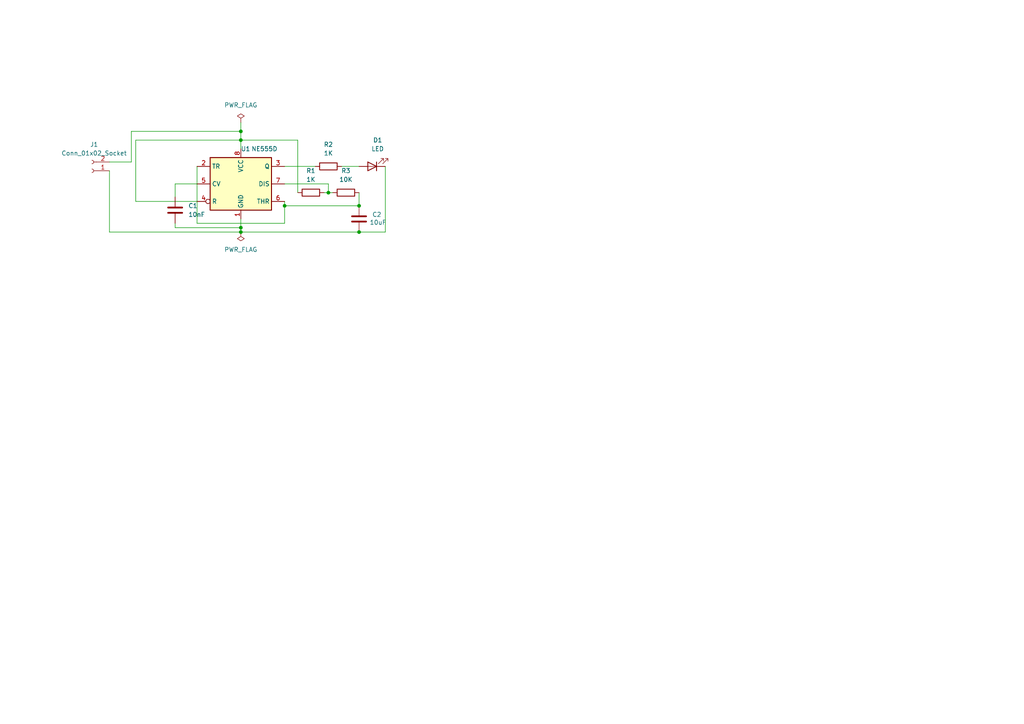
<source format=kicad_sch>
(kicad_sch
	(version 20231120)
	(generator "eeschema")
	(generator_version "8.0")
	(uuid "1a7ba394-cd24-485c-aa9a-ddba45ee621a")
	(paper "A4")
	(title_block
		(title "Yonko Blink LED")
		(date "2025-06-26")
		(company "IDT")
	)
	(lib_symbols
		(symbol "Connector:Conn_01x02_Socket"
			(pin_names
				(offset 1.016) hide)
			(exclude_from_sim no)
			(in_bom yes)
			(on_board yes)
			(property "Reference" "J"
				(at 0 2.54 0)
				(effects
					(font
						(size 1.27 1.27)
					)
				)
			)
			(property "Value" "Conn_01x02_Socket"
				(at 0 -5.08 0)
				(effects
					(font
						(size 1.27 1.27)
					)
				)
			)
			(property "Footprint" ""
				(at 0 0 0)
				(effects
					(font
						(size 1.27 1.27)
					)
					(hide yes)
				)
			)
			(property "Datasheet" "~"
				(at 0 0 0)
				(effects
					(font
						(size 1.27 1.27)
					)
					(hide yes)
				)
			)
			(property "Description" "Generic connector, single row, 01x02, script generated"
				(at 0 0 0)
				(effects
					(font
						(size 1.27 1.27)
					)
					(hide yes)
				)
			)
			(property "ki_locked" ""
				(at 0 0 0)
				(effects
					(font
						(size 1.27 1.27)
					)
				)
			)
			(property "ki_keywords" "connector"
				(at 0 0 0)
				(effects
					(font
						(size 1.27 1.27)
					)
					(hide yes)
				)
			)
			(property "ki_fp_filters" "Connector*:*_1x??_*"
				(at 0 0 0)
				(effects
					(font
						(size 1.27 1.27)
					)
					(hide yes)
				)
			)
			(symbol "Conn_01x02_Socket_1_1"
				(arc
					(start 0 -2.032)
					(mid -0.5058 -2.54)
					(end 0 -3.048)
					(stroke
						(width 0.1524)
						(type default)
					)
					(fill
						(type none)
					)
				)
				(polyline
					(pts
						(xy -1.27 -2.54) (xy -0.508 -2.54)
					)
					(stroke
						(width 0.1524)
						(type default)
					)
					(fill
						(type none)
					)
				)
				(polyline
					(pts
						(xy -1.27 0) (xy -0.508 0)
					)
					(stroke
						(width 0.1524)
						(type default)
					)
					(fill
						(type none)
					)
				)
				(arc
					(start 0 0.508)
					(mid -0.5058 0)
					(end 0 -0.508)
					(stroke
						(width 0.1524)
						(type default)
					)
					(fill
						(type none)
					)
				)
				(pin passive line
					(at -5.08 0 0)
					(length 3.81)
					(name "Pin_1"
						(effects
							(font
								(size 1.27 1.27)
							)
						)
					)
					(number "1"
						(effects
							(font
								(size 1.27 1.27)
							)
						)
					)
				)
				(pin passive line
					(at -5.08 -2.54 0)
					(length 3.81)
					(name "Pin_2"
						(effects
							(font
								(size 1.27 1.27)
							)
						)
					)
					(number "2"
						(effects
							(font
								(size 1.27 1.27)
							)
						)
					)
				)
			)
		)
		(symbol "Device:C"
			(pin_numbers hide)
			(pin_names
				(offset 0.254)
			)
			(exclude_from_sim no)
			(in_bom yes)
			(on_board yes)
			(property "Reference" "C"
				(at 0.635 2.54 0)
				(effects
					(font
						(size 1.27 1.27)
					)
					(justify left)
				)
			)
			(property "Value" "C"
				(at 0.635 -2.54 0)
				(effects
					(font
						(size 1.27 1.27)
					)
					(justify left)
				)
			)
			(property "Footprint" ""
				(at 0.9652 -3.81 0)
				(effects
					(font
						(size 1.27 1.27)
					)
					(hide yes)
				)
			)
			(property "Datasheet" "~"
				(at 0 0 0)
				(effects
					(font
						(size 1.27 1.27)
					)
					(hide yes)
				)
			)
			(property "Description" "Unpolarized capacitor"
				(at 0 0 0)
				(effects
					(font
						(size 1.27 1.27)
					)
					(hide yes)
				)
			)
			(property "ki_keywords" "cap capacitor"
				(at 0 0 0)
				(effects
					(font
						(size 1.27 1.27)
					)
					(hide yes)
				)
			)
			(property "ki_fp_filters" "C_*"
				(at 0 0 0)
				(effects
					(font
						(size 1.27 1.27)
					)
					(hide yes)
				)
			)
			(symbol "C_0_1"
				(polyline
					(pts
						(xy -2.032 -0.762) (xy 2.032 -0.762)
					)
					(stroke
						(width 0.508)
						(type default)
					)
					(fill
						(type none)
					)
				)
				(polyline
					(pts
						(xy -2.032 0.762) (xy 2.032 0.762)
					)
					(stroke
						(width 0.508)
						(type default)
					)
					(fill
						(type none)
					)
				)
			)
			(symbol "C_1_1"
				(pin passive line
					(at 0 3.81 270)
					(length 2.794)
					(name "~"
						(effects
							(font
								(size 1.27 1.27)
							)
						)
					)
					(number "1"
						(effects
							(font
								(size 1.27 1.27)
							)
						)
					)
				)
				(pin passive line
					(at 0 -3.81 90)
					(length 2.794)
					(name "~"
						(effects
							(font
								(size 1.27 1.27)
							)
						)
					)
					(number "2"
						(effects
							(font
								(size 1.27 1.27)
							)
						)
					)
				)
			)
		)
		(symbol "Device:LED"
			(pin_numbers hide)
			(pin_names
				(offset 1.016) hide)
			(exclude_from_sim no)
			(in_bom yes)
			(on_board yes)
			(property "Reference" "D"
				(at 0 2.54 0)
				(effects
					(font
						(size 1.27 1.27)
					)
				)
			)
			(property "Value" "LED"
				(at 0 -2.54 0)
				(effects
					(font
						(size 1.27 1.27)
					)
				)
			)
			(property "Footprint" ""
				(at 0 0 0)
				(effects
					(font
						(size 1.27 1.27)
					)
					(hide yes)
				)
			)
			(property "Datasheet" "~"
				(at 0 0 0)
				(effects
					(font
						(size 1.27 1.27)
					)
					(hide yes)
				)
			)
			(property "Description" "Light emitting diode"
				(at 0 0 0)
				(effects
					(font
						(size 1.27 1.27)
					)
					(hide yes)
				)
			)
			(property "ki_keywords" "LED diode"
				(at 0 0 0)
				(effects
					(font
						(size 1.27 1.27)
					)
					(hide yes)
				)
			)
			(property "ki_fp_filters" "LED* LED_SMD:* LED_THT:*"
				(at 0 0 0)
				(effects
					(font
						(size 1.27 1.27)
					)
					(hide yes)
				)
			)
			(symbol "LED_0_1"
				(polyline
					(pts
						(xy -1.27 -1.27) (xy -1.27 1.27)
					)
					(stroke
						(width 0.254)
						(type default)
					)
					(fill
						(type none)
					)
				)
				(polyline
					(pts
						(xy -1.27 0) (xy 1.27 0)
					)
					(stroke
						(width 0)
						(type default)
					)
					(fill
						(type none)
					)
				)
				(polyline
					(pts
						(xy 1.27 -1.27) (xy 1.27 1.27) (xy -1.27 0) (xy 1.27 -1.27)
					)
					(stroke
						(width 0.254)
						(type default)
					)
					(fill
						(type none)
					)
				)
				(polyline
					(pts
						(xy -3.048 -0.762) (xy -4.572 -2.286) (xy -3.81 -2.286) (xy -4.572 -2.286) (xy -4.572 -1.524)
					)
					(stroke
						(width 0)
						(type default)
					)
					(fill
						(type none)
					)
				)
				(polyline
					(pts
						(xy -1.778 -0.762) (xy -3.302 -2.286) (xy -2.54 -2.286) (xy -3.302 -2.286) (xy -3.302 -1.524)
					)
					(stroke
						(width 0)
						(type default)
					)
					(fill
						(type none)
					)
				)
			)
			(symbol "LED_1_1"
				(pin passive line
					(at -3.81 0 0)
					(length 2.54)
					(name "K"
						(effects
							(font
								(size 1.27 1.27)
							)
						)
					)
					(number "1"
						(effects
							(font
								(size 1.27 1.27)
							)
						)
					)
				)
				(pin passive line
					(at 3.81 0 180)
					(length 2.54)
					(name "A"
						(effects
							(font
								(size 1.27 1.27)
							)
						)
					)
					(number "2"
						(effects
							(font
								(size 1.27 1.27)
							)
						)
					)
				)
			)
		)
		(symbol "Device:R"
			(pin_numbers hide)
			(pin_names
				(offset 0)
			)
			(exclude_from_sim no)
			(in_bom yes)
			(on_board yes)
			(property "Reference" "R"
				(at 2.032 0 90)
				(effects
					(font
						(size 1.27 1.27)
					)
				)
			)
			(property "Value" "R"
				(at 0 0 90)
				(effects
					(font
						(size 1.27 1.27)
					)
				)
			)
			(property "Footprint" ""
				(at -1.778 0 90)
				(effects
					(font
						(size 1.27 1.27)
					)
					(hide yes)
				)
			)
			(property "Datasheet" "~"
				(at 0 0 0)
				(effects
					(font
						(size 1.27 1.27)
					)
					(hide yes)
				)
			)
			(property "Description" "Resistor"
				(at 0 0 0)
				(effects
					(font
						(size 1.27 1.27)
					)
					(hide yes)
				)
			)
			(property "ki_keywords" "R res resistor"
				(at 0 0 0)
				(effects
					(font
						(size 1.27 1.27)
					)
					(hide yes)
				)
			)
			(property "ki_fp_filters" "R_*"
				(at 0 0 0)
				(effects
					(font
						(size 1.27 1.27)
					)
					(hide yes)
				)
			)
			(symbol "R_0_1"
				(rectangle
					(start -1.016 -2.54)
					(end 1.016 2.54)
					(stroke
						(width 0.254)
						(type default)
					)
					(fill
						(type none)
					)
				)
			)
			(symbol "R_1_1"
				(pin passive line
					(at 0 3.81 270)
					(length 1.27)
					(name "~"
						(effects
							(font
								(size 1.27 1.27)
							)
						)
					)
					(number "1"
						(effects
							(font
								(size 1.27 1.27)
							)
						)
					)
				)
				(pin passive line
					(at 0 -3.81 90)
					(length 1.27)
					(name "~"
						(effects
							(font
								(size 1.27 1.27)
							)
						)
					)
					(number "2"
						(effects
							(font
								(size 1.27 1.27)
							)
						)
					)
				)
			)
		)
		(symbol "Timer:NE555D"
			(exclude_from_sim no)
			(in_bom yes)
			(on_board yes)
			(property "Reference" "U"
				(at -10.16 8.89 0)
				(effects
					(font
						(size 1.27 1.27)
					)
					(justify left)
				)
			)
			(property "Value" "NE555D"
				(at 2.54 8.89 0)
				(effects
					(font
						(size 1.27 1.27)
					)
					(justify left)
				)
			)
			(property "Footprint" "Package_SO:SOIC-8_3.9x4.9mm_P1.27mm"
				(at 21.59 -10.16 0)
				(effects
					(font
						(size 1.27 1.27)
					)
					(hide yes)
				)
			)
			(property "Datasheet" "http://www.ti.com/lit/ds/symlink/ne555.pdf"
				(at 21.59 -10.16 0)
				(effects
					(font
						(size 1.27 1.27)
					)
					(hide yes)
				)
			)
			(property "Description" "Precision Timers, 555 compatible, SOIC-8"
				(at 0 0 0)
				(effects
					(font
						(size 1.27 1.27)
					)
					(hide yes)
				)
			)
			(property "ki_keywords" "single timer 555"
				(at 0 0 0)
				(effects
					(font
						(size 1.27 1.27)
					)
					(hide yes)
				)
			)
			(property "ki_fp_filters" "SOIC*3.9x4.9mm*P1.27mm*"
				(at 0 0 0)
				(effects
					(font
						(size 1.27 1.27)
					)
					(hide yes)
				)
			)
			(symbol "NE555D_0_0"
				(pin power_in line
					(at 0 -10.16 90)
					(length 2.54)
					(name "GND"
						(effects
							(font
								(size 1.27 1.27)
							)
						)
					)
					(number "1"
						(effects
							(font
								(size 1.27 1.27)
							)
						)
					)
				)
				(pin power_in line
					(at 0 10.16 270)
					(length 2.54)
					(name "VCC"
						(effects
							(font
								(size 1.27 1.27)
							)
						)
					)
					(number "8"
						(effects
							(font
								(size 1.27 1.27)
							)
						)
					)
				)
			)
			(symbol "NE555D_0_1"
				(rectangle
					(start -8.89 -7.62)
					(end 8.89 7.62)
					(stroke
						(width 0.254)
						(type default)
					)
					(fill
						(type background)
					)
				)
				(rectangle
					(start -8.89 -7.62)
					(end 8.89 7.62)
					(stroke
						(width 0.254)
						(type default)
					)
					(fill
						(type background)
					)
				)
			)
			(symbol "NE555D_1_1"
				(pin input line
					(at -12.7 5.08 0)
					(length 3.81)
					(name "TR"
						(effects
							(font
								(size 1.27 1.27)
							)
						)
					)
					(number "2"
						(effects
							(font
								(size 1.27 1.27)
							)
						)
					)
				)
				(pin output line
					(at 12.7 5.08 180)
					(length 3.81)
					(name "Q"
						(effects
							(font
								(size 1.27 1.27)
							)
						)
					)
					(number "3"
						(effects
							(font
								(size 1.27 1.27)
							)
						)
					)
				)
				(pin input inverted
					(at -12.7 -5.08 0)
					(length 3.81)
					(name "R"
						(effects
							(font
								(size 1.27 1.27)
							)
						)
					)
					(number "4"
						(effects
							(font
								(size 1.27 1.27)
							)
						)
					)
				)
				(pin input line
					(at -12.7 0 0)
					(length 3.81)
					(name "CV"
						(effects
							(font
								(size 1.27 1.27)
							)
						)
					)
					(number "5"
						(effects
							(font
								(size 1.27 1.27)
							)
						)
					)
				)
				(pin input line
					(at 12.7 -5.08 180)
					(length 3.81)
					(name "THR"
						(effects
							(font
								(size 1.27 1.27)
							)
						)
					)
					(number "6"
						(effects
							(font
								(size 1.27 1.27)
							)
						)
					)
				)
				(pin input line
					(at 12.7 0 180)
					(length 3.81)
					(name "DIS"
						(effects
							(font
								(size 1.27 1.27)
							)
						)
					)
					(number "7"
						(effects
							(font
								(size 1.27 1.27)
							)
						)
					)
				)
			)
		)
		(symbol "power:PWR_FLAG"
			(power)
			(pin_numbers hide)
			(pin_names
				(offset 0) hide)
			(exclude_from_sim no)
			(in_bom yes)
			(on_board yes)
			(property "Reference" "#FLG"
				(at 0 1.905 0)
				(effects
					(font
						(size 1.27 1.27)
					)
					(hide yes)
				)
			)
			(property "Value" "PWR_FLAG"
				(at 0 3.81 0)
				(effects
					(font
						(size 1.27 1.27)
					)
				)
			)
			(property "Footprint" ""
				(at 0 0 0)
				(effects
					(font
						(size 1.27 1.27)
					)
					(hide yes)
				)
			)
			(property "Datasheet" "~"
				(at 0 0 0)
				(effects
					(font
						(size 1.27 1.27)
					)
					(hide yes)
				)
			)
			(property "Description" "Special symbol for telling ERC where power comes from"
				(at 0 0 0)
				(effects
					(font
						(size 1.27 1.27)
					)
					(hide yes)
				)
			)
			(property "ki_keywords" "flag power"
				(at 0 0 0)
				(effects
					(font
						(size 1.27 1.27)
					)
					(hide yes)
				)
			)
			(symbol "PWR_FLAG_0_0"
				(pin power_out line
					(at 0 0 90)
					(length 0)
					(name "~"
						(effects
							(font
								(size 1.27 1.27)
							)
						)
					)
					(number "1"
						(effects
							(font
								(size 1.27 1.27)
							)
						)
					)
				)
			)
			(symbol "PWR_FLAG_0_1"
				(polyline
					(pts
						(xy 0 0) (xy 0 1.27) (xy -1.016 1.905) (xy 0 2.54) (xy 1.016 1.905) (xy 0 1.27)
					)
					(stroke
						(width 0)
						(type default)
					)
					(fill
						(type none)
					)
				)
			)
		)
	)
	(junction
		(at 104.14 59.69)
		(diameter 0)
		(color 0 0 0 0)
		(uuid "06125f8a-433c-4249-a2bf-4fa466861842")
	)
	(junction
		(at 95.25 55.88)
		(diameter 0)
		(color 0 0 0 0)
		(uuid "0667d82f-4e38-4cbe-9805-db620a88ed7c")
	)
	(junction
		(at 69.85 67.31)
		(diameter 0)
		(color 0 0 0 0)
		(uuid "28903d2c-740a-4169-a0b7-4b81c3dc7669")
	)
	(junction
		(at 69.85 38.1)
		(diameter 0)
		(color 0 0 0 0)
		(uuid "9845ba0d-089e-413c-adaa-0db0429b9468")
	)
	(junction
		(at 104.14 67.31)
		(diameter 0)
		(color 0 0 0 0)
		(uuid "b0e071b5-00a6-4508-b3cc-840118cb9158")
	)
	(junction
		(at 69.85 40.64)
		(diameter 0)
		(color 0 0 0 0)
		(uuid "bd7b1313-c47f-4d9c-a0b6-3d997130bab2")
	)
	(junction
		(at 82.55 59.69)
		(diameter 0)
		(color 0 0 0 0)
		(uuid "c234f769-be00-43e8-997e-b28206221b1c")
	)
	(junction
		(at 69.85 66.04)
		(diameter 0)
		(color 0 0 0 0)
		(uuid "d594c45b-42bf-4705-ac3d-7c3a0d4aa820")
	)
	(wire
		(pts
			(xy 57.15 48.26) (xy 57.15 64.77)
		)
		(stroke
			(width 0)
			(type default)
		)
		(uuid "0ae9a386-49d1-4349-93f8-49c55580fad3")
	)
	(wire
		(pts
			(xy 39.37 58.42) (xy 39.37 40.64)
		)
		(stroke
			(width 0)
			(type default)
		)
		(uuid "106c2752-c3c0-41aa-b874-0a0b3642a79b")
	)
	(wire
		(pts
			(xy 50.8 66.04) (xy 69.85 66.04)
		)
		(stroke
			(width 0)
			(type default)
		)
		(uuid "1a3c2597-ce0a-433d-8987-c62c55c0763a")
	)
	(wire
		(pts
			(xy 38.1 38.1) (xy 69.85 38.1)
		)
		(stroke
			(width 0)
			(type default)
		)
		(uuid "1d6a73fb-a5ee-4a35-9b32-40edfdd2043d")
	)
	(wire
		(pts
			(xy 57.15 58.42) (xy 39.37 58.42)
		)
		(stroke
			(width 0)
			(type default)
		)
		(uuid "2185d6d3-f49f-45c7-82b3-0432fe058527")
	)
	(wire
		(pts
			(xy 31.75 46.99) (xy 38.1 46.99)
		)
		(stroke
			(width 0)
			(type default)
		)
		(uuid "21a97749-90a5-47d7-965e-db3ce531643e")
	)
	(wire
		(pts
			(xy 104.14 55.88) (xy 104.14 59.69)
		)
		(stroke
			(width 0)
			(type default)
		)
		(uuid "2784f9e7-e83a-45a9-8206-1c24d15d9a8a")
	)
	(wire
		(pts
			(xy 50.8 53.34) (xy 50.8 57.15)
		)
		(stroke
			(width 0)
			(type default)
		)
		(uuid "292e5521-9349-487b-bf2a-541e15842c04")
	)
	(wire
		(pts
			(xy 69.85 67.31) (xy 69.85 66.04)
		)
		(stroke
			(width 0)
			(type default)
		)
		(uuid "326bda13-21c1-49f2-a2d2-04877921fc99")
	)
	(wire
		(pts
			(xy 104.14 67.31) (xy 69.85 67.31)
		)
		(stroke
			(width 0)
			(type default)
		)
		(uuid "3a6d5217-4140-4d57-8699-4d8e468a938c")
	)
	(wire
		(pts
			(xy 39.37 40.64) (xy 69.85 40.64)
		)
		(stroke
			(width 0)
			(type default)
		)
		(uuid "3eb9f24d-cf7c-43bd-a2d0-3e1b72123d33")
	)
	(wire
		(pts
			(xy 93.98 55.88) (xy 95.25 55.88)
		)
		(stroke
			(width 0)
			(type default)
		)
		(uuid "4196df00-6c2d-4f28-af01-57694466d4d3")
	)
	(wire
		(pts
			(xy 57.15 53.34) (xy 50.8 53.34)
		)
		(stroke
			(width 0)
			(type default)
		)
		(uuid "469bb9e7-765f-4770-8006-121fce2fc63f")
	)
	(wire
		(pts
			(xy 82.55 64.77) (xy 57.15 64.77)
		)
		(stroke
			(width 0)
			(type default)
		)
		(uuid "5735e791-fcac-4358-a459-a14f1097dbe3")
	)
	(wire
		(pts
			(xy 31.75 67.31) (xy 69.85 67.31)
		)
		(stroke
			(width 0)
			(type default)
		)
		(uuid "575ec6df-dc4d-4d13-b2c4-834f6e6aa0d3")
	)
	(wire
		(pts
			(xy 82.55 48.26) (xy 91.44 48.26)
		)
		(stroke
			(width 0)
			(type default)
		)
		(uuid "61912000-08d9-4e7a-a5c2-06e2bc090886")
	)
	(wire
		(pts
			(xy 95.25 55.88) (xy 96.52 55.88)
		)
		(stroke
			(width 0)
			(type default)
		)
		(uuid "6210245e-6c33-4cfb-8680-46f483e37e66")
	)
	(wire
		(pts
			(xy 111.76 48.26) (xy 111.76 67.31)
		)
		(stroke
			(width 0)
			(type default)
		)
		(uuid "72cb5f8d-b004-48a3-bb44-ace7f10ac44b")
	)
	(wire
		(pts
			(xy 69.85 38.1) (xy 69.85 40.64)
		)
		(stroke
			(width 0)
			(type default)
		)
		(uuid "73a897ec-1c36-4ad7-9d94-eb9dd0a453b4")
	)
	(wire
		(pts
			(xy 104.14 59.69) (xy 82.55 59.69)
		)
		(stroke
			(width 0)
			(type default)
		)
		(uuid "78e2582c-66fc-4310-abdf-94f9dd35db1b")
	)
	(wire
		(pts
			(xy 82.55 53.34) (xy 95.25 53.34)
		)
		(stroke
			(width 0)
			(type default)
		)
		(uuid "92cf680d-c9fe-40c3-b9fc-4593bf9b746b")
	)
	(wire
		(pts
			(xy 95.25 53.34) (xy 95.25 55.88)
		)
		(stroke
			(width 0)
			(type default)
		)
		(uuid "98a83ac4-fa14-49f7-beee-ef5eaa54c311")
	)
	(wire
		(pts
			(xy 38.1 46.99) (xy 38.1 38.1)
		)
		(stroke
			(width 0)
			(type default)
		)
		(uuid "9f09f1cd-1eba-460e-aeea-c4943e4da76e")
	)
	(wire
		(pts
			(xy 69.85 40.64) (xy 69.85 43.18)
		)
		(stroke
			(width 0)
			(type default)
		)
		(uuid "a64ba783-47f0-4d09-bd76-c21dbedefe14")
	)
	(wire
		(pts
			(xy 82.55 59.69) (xy 82.55 64.77)
		)
		(stroke
			(width 0)
			(type default)
		)
		(uuid "b6e81225-c075-49ca-8afa-ce8f4acf1150")
	)
	(wire
		(pts
			(xy 86.36 40.64) (xy 69.85 40.64)
		)
		(stroke
			(width 0)
			(type default)
		)
		(uuid "c33c19d0-f496-440e-acd4-7698dc18abfd")
	)
	(wire
		(pts
			(xy 111.76 67.31) (xy 104.14 67.31)
		)
		(stroke
			(width 0)
			(type default)
		)
		(uuid "c7b4a2f6-cf71-424d-8f02-e06ece53e3be")
	)
	(wire
		(pts
			(xy 69.85 35.56) (xy 69.85 38.1)
		)
		(stroke
			(width 0)
			(type default)
		)
		(uuid "c9020f43-e043-4043-a53b-93445299aa1a")
	)
	(wire
		(pts
			(xy 86.36 55.88) (xy 86.36 40.64)
		)
		(stroke
			(width 0)
			(type default)
		)
		(uuid "d17c5d6f-0b1e-4287-b402-5c27389ca6a4")
	)
	(wire
		(pts
			(xy 31.75 49.53) (xy 31.75 67.31)
		)
		(stroke
			(width 0)
			(type default)
		)
		(uuid "e09035fd-edd9-4618-ad29-29c83dd1bb8d")
	)
	(wire
		(pts
			(xy 99.06 48.26) (xy 104.14 48.26)
		)
		(stroke
			(width 0)
			(type default)
		)
		(uuid "e518560b-df68-4f8b-8e53-637d55fbe0b9")
	)
	(wire
		(pts
			(xy 82.55 58.42) (xy 82.55 59.69)
		)
		(stroke
			(width 0)
			(type default)
		)
		(uuid "f4ac19d1-71b5-4ea7-9b7c-ce9b75e1a6db")
	)
	(wire
		(pts
			(xy 69.85 66.04) (xy 69.85 63.5)
		)
		(stroke
			(width 0)
			(type default)
		)
		(uuid "f714df4d-c5b5-43f7-8c68-0bfc99f08a42")
	)
	(wire
		(pts
			(xy 50.8 64.77) (xy 50.8 66.04)
		)
		(stroke
			(width 0)
			(type default)
		)
		(uuid "f93beb02-bc62-4d85-ab42-cb6b4f1ceeb4")
	)
	(symbol
		(lib_id "Device:LED")
		(at 107.95 48.26 180)
		(unit 1)
		(exclude_from_sim no)
		(in_bom yes)
		(on_board yes)
		(dnp no)
		(fields_autoplaced yes)
		(uuid "51007467-b068-4599-8417-e1fa97511883")
		(property "Reference" "D1"
			(at 109.5375 40.64 0)
			(effects
				(font
					(size 1.27 1.27)
				)
			)
		)
		(property "Value" "LED"
			(at 109.5375 43.18 0)
			(effects
				(font
					(size 1.27 1.27)
				)
			)
		)
		(property "Footprint" "LED_SMD:LED_0402_1005Metric_Pad0.77x0.64mm_HandSolder"
			(at 107.95 48.26 0)
			(effects
				(font
					(size 1.27 1.27)
				)
				(hide yes)
			)
		)
		(property "Datasheet" "~"
			(at 107.95 48.26 0)
			(effects
				(font
					(size 1.27 1.27)
				)
				(hide yes)
			)
		)
		(property "Description" "Light emitting diode"
			(at 107.95 48.26 0)
			(effects
				(font
					(size 1.27 1.27)
				)
				(hide yes)
			)
		)
		(pin "1"
			(uuid "8bd05928-c6dc-4fdf-bbbe-e6cf94cba9ea")
		)
		(pin "2"
			(uuid "0a10e97c-fc4d-4ae6-94c1-3d3c7496aa6c")
		)
		(instances
			(project ""
				(path "/1a7ba394-cd24-485c-aa9a-ddba45ee621a"
					(reference "D1")
					(unit 1)
				)
			)
		)
	)
	(symbol
		(lib_id "Connector:Conn_01x02_Socket")
		(at 26.67 49.53 180)
		(unit 1)
		(exclude_from_sim no)
		(in_bom yes)
		(on_board yes)
		(dnp no)
		(fields_autoplaced yes)
		(uuid "61a8c202-d205-4f15-b616-f966fa3e480e")
		(property "Reference" "J1"
			(at 27.305 41.91 0)
			(effects
				(font
					(size 1.27 1.27)
				)
			)
		)
		(property "Value" "Conn_01x02_Socket"
			(at 27.305 44.45 0)
			(effects
				(font
					(size 1.27 1.27)
				)
			)
		)
		(property "Footprint" "Connector_JST:JST_ACH_BM02B-ACHSS-GAN-ETF_1x02-1MP_P1.20mm_Vertical"
			(at 26.67 49.53 0)
			(effects
				(font
					(size 1.27 1.27)
				)
				(hide yes)
			)
		)
		(property "Datasheet" "~"
			(at 26.67 49.53 0)
			(effects
				(font
					(size 1.27 1.27)
				)
				(hide yes)
			)
		)
		(property "Description" "Generic connector, single row, 01x02, script generated"
			(at 26.67 49.53 0)
			(effects
				(font
					(size 1.27 1.27)
				)
				(hide yes)
			)
		)
		(pin "1"
			(uuid "0068641d-d814-4e4a-88a0-84d58d4103bb")
		)
		(pin "2"
			(uuid "37bcc3b8-b39f-48d6-93d1-32f28be8588d")
		)
		(instances
			(project ""
				(path "/1a7ba394-cd24-485c-aa9a-ddba45ee621a"
					(reference "J1")
					(unit 1)
				)
			)
		)
	)
	(symbol
		(lib_id "Device:R")
		(at 90.17 55.88 270)
		(unit 1)
		(exclude_from_sim no)
		(in_bom yes)
		(on_board yes)
		(dnp no)
		(fields_autoplaced yes)
		(uuid "6a0f91ea-62ca-4b3e-a7c2-4748957efb12")
		(property "Reference" "R1"
			(at 90.17 49.53 90)
			(effects
				(font
					(size 1.27 1.27)
				)
			)
		)
		(property "Value" "1K"
			(at 90.17 52.07 90)
			(effects
				(font
					(size 1.27 1.27)
				)
			)
		)
		(property "Footprint" "WR04X1001FTL:CAPC1005X55N"
			(at 90.17 54.102 90)
			(effects
				(font
					(size 1.27 1.27)
				)
				(hide yes)
			)
		)
		(property "Datasheet" "~"
			(at 90.17 55.88 0)
			(effects
				(font
					(size 1.27 1.27)
				)
				(hide yes)
			)
		)
		(property "Description" "Resistor"
			(at 90.17 55.88 0)
			(effects
				(font
					(size 1.27 1.27)
				)
				(hide yes)
			)
		)
		(pin "1"
			(uuid "b570fd6b-dc66-4b99-8f83-915d27b8a0b3")
		)
		(pin "2"
			(uuid "4ff3d30c-1db1-4662-bf50-2463dbc4319d")
		)
		(instances
			(project "Led_Control_555"
				(path "/1a7ba394-cd24-485c-aa9a-ddba45ee621a"
					(reference "R1")
					(unit 1)
				)
			)
		)
	)
	(symbol
		(lib_id "Timer:NE555D")
		(at 69.85 53.34 0)
		(unit 1)
		(exclude_from_sim no)
		(in_bom yes)
		(on_board yes)
		(dnp no)
		(uuid "79bbc4c1-9e5c-4d0a-bf74-99fe6aea1e94")
		(property "Reference" "U1"
			(at 69.85 43.18 0)
			(effects
				(font
					(size 1.27 1.27)
				)
				(justify left)
			)
		)
		(property "Value" "NE555D"
			(at 72.898 43.18 0)
			(effects
				(font
					(size 1.27 1.27)
				)
				(justify left)
			)
		)
		(property "Footprint" "Package_SO:SOIC-8_3.9x4.9mm_P1.27mm"
			(at 91.44 63.5 0)
			(effects
				(font
					(size 1.27 1.27)
				)
				(hide yes)
			)
		)
		(property "Datasheet" "http://www.ti.com/lit/ds/symlink/ne555.pdf"
			(at 91.44 63.5 0)
			(effects
				(font
					(size 1.27 1.27)
				)
				(hide yes)
			)
		)
		(property "Description" "Precision Timers, 555 compatible, SOIC-8"
			(at 69.85 53.34 0)
			(effects
				(font
					(size 1.27 1.27)
				)
				(hide yes)
			)
		)
		(pin "2"
			(uuid "4d0848b3-86b0-4784-b499-81211c507295")
		)
		(pin "4"
			(uuid "1ab5e837-eab7-4218-937c-ffa99579b4fc")
		)
		(pin "8"
			(uuid "e4f33bc3-7a1f-4fc6-ab81-b5d44c361437")
		)
		(pin "6"
			(uuid "6a6e013e-eaff-4723-bb7c-035c388318bc")
		)
		(pin "7"
			(uuid "5bf0cf6a-1d27-4d09-98e4-7de373893adb")
		)
		(pin "3"
			(uuid "511a5129-952a-4e62-a4c3-a14581e84054")
		)
		(pin "1"
			(uuid "cf44cae1-a100-4dfa-abbf-2a12c9ffa7e1")
		)
		(pin "5"
			(uuid "28de2845-c562-4ffd-8f1d-aa7e567b21de")
		)
		(instances
			(project ""
				(path "/1a7ba394-cd24-485c-aa9a-ddba45ee621a"
					(reference "U1")
					(unit 1)
				)
			)
		)
	)
	(symbol
		(lib_id "Device:C")
		(at 50.8 60.96 0)
		(unit 1)
		(exclude_from_sim no)
		(in_bom yes)
		(on_board yes)
		(dnp no)
		(fields_autoplaced yes)
		(uuid "7d8228ce-ff35-489f-b799-fd4b91dbf41e")
		(property "Reference" "C1"
			(at 54.61 59.6899 0)
			(effects
				(font
					(size 1.27 1.27)
				)
				(justify left)
			)
		)
		(property "Value" "10nF"
			(at 54.61 62.2299 0)
			(effects
				(font
					(size 1.27 1.27)
				)
				(justify left)
			)
		)
		(property "Footprint" "WCAP-CSGP_0603:WCAP-CSGP_0603_R"
			(at 51.7652 64.77 0)
			(effects
				(font
					(size 1.27 1.27)
				)
				(hide yes)
			)
		)
		(property "Datasheet" "~"
			(at 50.8 60.96 0)
			(effects
				(font
					(size 1.27 1.27)
				)
				(hide yes)
			)
		)
		(property "Description" "Unpolarized capacitor"
			(at 50.8 60.96 0)
			(effects
				(font
					(size 1.27 1.27)
				)
				(hide yes)
			)
		)
		(pin "2"
			(uuid "bb3d4e32-816d-45ff-bafe-5c294d04ad65")
		)
		(pin "1"
			(uuid "4b36ca03-7264-4ad7-affe-616fa70a4eea")
		)
		(instances
			(project ""
				(path "/1a7ba394-cd24-485c-aa9a-ddba45ee621a"
					(reference "C1")
					(unit 1)
				)
			)
		)
	)
	(symbol
		(lib_id "power:PWR_FLAG")
		(at 69.85 67.31 180)
		(unit 1)
		(exclude_from_sim no)
		(in_bom yes)
		(on_board yes)
		(dnp no)
		(fields_autoplaced yes)
		(uuid "867307b5-d3a8-4c8d-8bf3-7e5fe636de4c")
		(property "Reference" "#FLG02"
			(at 69.85 69.215 0)
			(effects
				(font
					(size 1.27 1.27)
				)
				(hide yes)
			)
		)
		(property "Value" "PWR_FLAG"
			(at 69.85 72.39 0)
			(effects
				(font
					(size 1.27 1.27)
				)
			)
		)
		(property "Footprint" ""
			(at 69.85 67.31 0)
			(effects
				(font
					(size 1.27 1.27)
				)
				(hide yes)
			)
		)
		(property "Datasheet" "~"
			(at 69.85 67.31 0)
			(effects
				(font
					(size 1.27 1.27)
				)
				(hide yes)
			)
		)
		(property "Description" "Special symbol for telling ERC where power comes from"
			(at 69.85 67.31 0)
			(effects
				(font
					(size 1.27 1.27)
				)
				(hide yes)
			)
		)
		(pin "1"
			(uuid "78106c17-57cd-40dd-b3dc-950bd74b2df6")
		)
		(instances
			(project "Led_Control_555"
				(path "/1a7ba394-cd24-485c-aa9a-ddba45ee621a"
					(reference "#FLG02")
					(unit 1)
				)
			)
		)
	)
	(symbol
		(lib_id "Device:C")
		(at 104.14 63.5 0)
		(unit 1)
		(exclude_from_sim no)
		(in_bom yes)
		(on_board yes)
		(dnp no)
		(uuid "95b76fe4-5c39-4824-b042-efe7c1bde3e6")
		(property "Reference" "C2"
			(at 107.95 62.2299 0)
			(effects
				(font
					(size 1.27 1.27)
				)
				(justify left)
			)
		)
		(property "Value" "10uF"
			(at 107.188 64.516 0)
			(effects
				(font
					(size 1.27 1.27)
				)
				(justify left)
			)
		)
		(property "Footprint" "GRM21BR71A106KA73L:CAPC2012X140N"
			(at 105.1052 67.31 0)
			(effects
				(font
					(size 1.27 1.27)
				)
				(hide yes)
			)
		)
		(property "Datasheet" "~"
			(at 104.14 63.5 0)
			(effects
				(font
					(size 1.27 1.27)
				)
				(hide yes)
			)
		)
		(property "Description" "Unpolarized capacitor"
			(at 104.14 63.5 0)
			(effects
				(font
					(size 1.27 1.27)
				)
				(hide yes)
			)
		)
		(pin "2"
			(uuid "c3dd6868-4094-4ac5-855b-a0ada7bcfe8c")
		)
		(pin "1"
			(uuid "fff35329-e217-450e-9d55-b9191766b0e8")
		)
		(instances
			(project "Led_Control_555"
				(path "/1a7ba394-cd24-485c-aa9a-ddba45ee621a"
					(reference "C2")
					(unit 1)
				)
			)
		)
	)
	(symbol
		(lib_id "Device:R")
		(at 95.25 48.26 90)
		(unit 1)
		(exclude_from_sim no)
		(in_bom yes)
		(on_board yes)
		(dnp no)
		(fields_autoplaced yes)
		(uuid "9f05bce7-762c-46bc-b94c-07b4e6eb2683")
		(property "Reference" "R2"
			(at 95.25 41.91 90)
			(effects
				(font
					(size 1.27 1.27)
				)
			)
		)
		(property "Value" "1K"
			(at 95.25 44.45 90)
			(effects
				(font
					(size 1.27 1.27)
				)
			)
		)
		(property "Footprint" "WR04X1001FTL:CAPC1005X55N"
			(at 95.25 50.038 90)
			(effects
				(font
					(size 1.27 1.27)
				)
				(hide yes)
			)
		)
		(property "Datasheet" "~"
			(at 95.25 48.26 0)
			(effects
				(font
					(size 1.27 1.27)
				)
				(hide yes)
			)
		)
		(property "Description" "Resistor"
			(at 95.25 48.26 0)
			(effects
				(font
					(size 1.27 1.27)
				)
				(hide yes)
			)
		)
		(pin "1"
			(uuid "052376c0-e26c-450e-b0b6-90e38540f9c5")
		)
		(pin "2"
			(uuid "749cbd3f-d405-47e3-ae59-64b6ca9c2374")
		)
		(instances
			(project ""
				(path "/1a7ba394-cd24-485c-aa9a-ddba45ee621a"
					(reference "R2")
					(unit 1)
				)
			)
		)
	)
	(symbol
		(lib_id "power:PWR_FLAG")
		(at 69.85 35.56 0)
		(unit 1)
		(exclude_from_sim no)
		(in_bom yes)
		(on_board yes)
		(dnp no)
		(fields_autoplaced yes)
		(uuid "c45bdca9-a231-4d74-b7c0-24c65eb12daa")
		(property "Reference" "#FLG01"
			(at 69.85 33.655 0)
			(effects
				(font
					(size 1.27 1.27)
				)
				(hide yes)
			)
		)
		(property "Value" "PWR_FLAG"
			(at 69.85 30.48 0)
			(effects
				(font
					(size 1.27 1.27)
				)
			)
		)
		(property "Footprint" ""
			(at 69.85 35.56 0)
			(effects
				(font
					(size 1.27 1.27)
				)
				(hide yes)
			)
		)
		(property "Datasheet" "~"
			(at 69.85 35.56 0)
			(effects
				(font
					(size 1.27 1.27)
				)
				(hide yes)
			)
		)
		(property "Description" "Special symbol for telling ERC where power comes from"
			(at 69.85 35.56 0)
			(effects
				(font
					(size 1.27 1.27)
				)
				(hide yes)
			)
		)
		(pin "1"
			(uuid "f6176ed0-7b1a-4019-9a13-ba02ef98e3bb")
		)
		(instances
			(project ""
				(path "/1a7ba394-cd24-485c-aa9a-ddba45ee621a"
					(reference "#FLG01")
					(unit 1)
				)
			)
		)
	)
	(symbol
		(lib_id "Device:R")
		(at 100.33 55.88 90)
		(unit 1)
		(exclude_from_sim no)
		(in_bom yes)
		(on_board yes)
		(dnp no)
		(fields_autoplaced yes)
		(uuid "f90268f4-b315-4058-8b04-20851cd93f26")
		(property "Reference" "R3"
			(at 100.33 49.53 90)
			(effects
				(font
					(size 1.27 1.27)
				)
			)
		)
		(property "Value" "10K"
			(at 100.33 52.07 90)
			(effects
				(font
					(size 1.27 1.27)
				)
			)
		)
		(property "Footprint" "CRG0402J10K_10:RESC1005X40N"
			(at 100.33 57.658 90)
			(effects
				(font
					(size 1.27 1.27)
				)
				(hide yes)
			)
		)
		(property "Datasheet" "~"
			(at 100.33 55.88 0)
			(effects
				(font
					(size 1.27 1.27)
				)
				(hide yes)
			)
		)
		(property "Description" "Resistor"
			(at 100.33 55.88 0)
			(effects
				(font
					(size 1.27 1.27)
				)
				(hide yes)
			)
		)
		(pin "1"
			(uuid "6d7336c1-02cf-4b10-b1fd-a491e49a3567")
		)
		(pin "2"
			(uuid "d15cc887-2154-4b42-a0c8-02b248b25b4f")
		)
		(instances
			(project "Led_Control_555"
				(path "/1a7ba394-cd24-485c-aa9a-ddba45ee621a"
					(reference "R3")
					(unit 1)
				)
			)
		)
	)
	(sheet_instances
		(path "/"
			(page "1")
		)
	)
)

</source>
